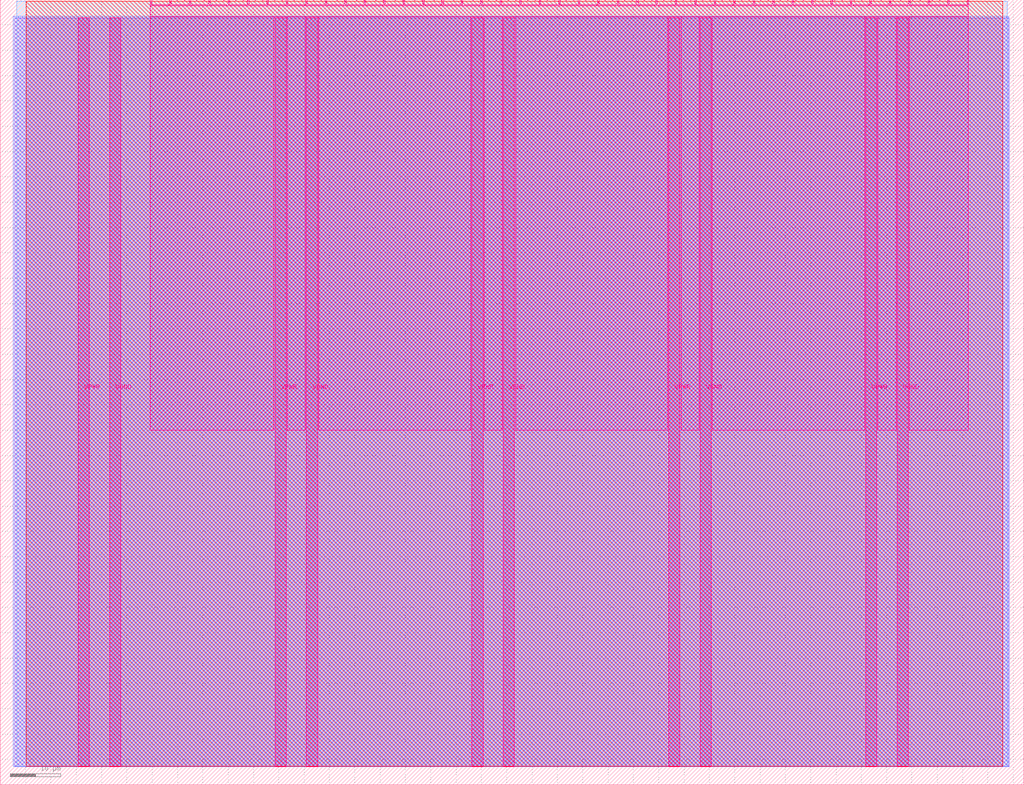
<source format=lef>
VERSION 5.7 ;
  NOWIREEXTENSIONATPIN ON ;
  DIVIDERCHAR "/" ;
  BUSBITCHARS "[]" ;
MACRO tt_um_spi_pwm_djuara
  CLASS BLOCK ;
  FOREIGN tt_um_spi_pwm_djuara ;
  ORIGIN 0.000 0.000 ;
  SIZE 202.080 BY 154.980 ;
  PIN VGND
    DIRECTION INOUT ;
    USE GROUND ;
    PORT
      LAYER Metal5 ;
        RECT 21.580 3.560 23.780 151.420 ;
    END
    PORT
      LAYER Metal5 ;
        RECT 60.450 3.560 62.650 151.420 ;
    END
    PORT
      LAYER Metal5 ;
        RECT 99.320 3.560 101.520 151.420 ;
    END
    PORT
      LAYER Metal5 ;
        RECT 138.190 3.560 140.390 151.420 ;
    END
    PORT
      LAYER Metal5 ;
        RECT 177.060 3.560 179.260 151.420 ;
    END
  END VGND
  PIN VPWR
    DIRECTION INOUT ;
    USE POWER ;
    PORT
      LAYER Metal5 ;
        RECT 15.380 3.560 17.580 151.420 ;
    END
    PORT
      LAYER Metal5 ;
        RECT 54.250 3.560 56.450 151.420 ;
    END
    PORT
      LAYER Metal5 ;
        RECT 93.120 3.560 95.320 151.420 ;
    END
    PORT
      LAYER Metal5 ;
        RECT 131.990 3.560 134.190 151.420 ;
    END
    PORT
      LAYER Metal5 ;
        RECT 170.860 3.560 173.060 151.420 ;
    END
  END VPWR
  PIN clk
    DIRECTION INPUT ;
    USE SIGNAL ;
    ANTENNAGATEAREA 0.213200 ;
    PORT
      LAYER Metal5 ;
        RECT 187.050 153.980 187.350 154.980 ;
    END
  END clk
  PIN ena
    DIRECTION INPUT ;
    USE SIGNAL ;
    ANTENNAGATEAREA 0.180700 ;
    PORT
      LAYER Metal5 ;
        RECT 190.890 153.980 191.190 154.980 ;
    END
  END ena
  PIN rst_n
    DIRECTION INPUT ;
    USE SIGNAL ;
    ANTENNAGATEAREA 0.639600 ;
    PORT
      LAYER Metal5 ;
        RECT 183.210 153.980 183.510 154.980 ;
    END
  END rst_n
  PIN ui_in[0]
    DIRECTION INPUT ;
    USE SIGNAL ;
    ANTENNAGATEAREA 0.639600 ;
    PORT
      LAYER Metal5 ;
        RECT 179.370 153.980 179.670 154.980 ;
    END
  END ui_in[0]
  PIN ui_in[1]
    DIRECTION INPUT ;
    USE SIGNAL ;
    ANTENNAGATEAREA 0.180700 ;
    PORT
      LAYER Metal5 ;
        RECT 175.530 153.980 175.830 154.980 ;
    END
  END ui_in[1]
  PIN ui_in[2]
    DIRECTION INPUT ;
    USE SIGNAL ;
    ANTENNAGATEAREA 0.639600 ;
    PORT
      LAYER Metal5 ;
        RECT 171.690 153.980 171.990 154.980 ;
    END
  END ui_in[2]
  PIN ui_in[3]
    DIRECTION INPUT ;
    USE SIGNAL ;
    ANTENNAGATEAREA 0.180700 ;
    PORT
      LAYER Metal5 ;
        RECT 167.850 153.980 168.150 154.980 ;
    END
  END ui_in[3]
  PIN ui_in[4]
    DIRECTION INPUT ;
    USE SIGNAL ;
    ANTENNAGATEAREA 0.180700 ;
    PORT
      LAYER Metal5 ;
        RECT 164.010 153.980 164.310 154.980 ;
    END
  END ui_in[4]
  PIN ui_in[5]
    DIRECTION INPUT ;
    USE SIGNAL ;
    ANTENNAGATEAREA 0.180700 ;
    PORT
      LAYER Metal5 ;
        RECT 160.170 153.980 160.470 154.980 ;
    END
  END ui_in[5]
  PIN ui_in[6]
    DIRECTION INPUT ;
    USE SIGNAL ;
    ANTENNAGATEAREA 0.213200 ;
    PORT
      LAYER Metal5 ;
        RECT 156.330 153.980 156.630 154.980 ;
    END
  END ui_in[6]
  PIN ui_in[7]
    DIRECTION INPUT ;
    USE SIGNAL ;
    ANTENNAGATEAREA 0.180700 ;
    PORT
      LAYER Metal5 ;
        RECT 152.490 153.980 152.790 154.980 ;
    END
  END ui_in[7]
  PIN uio_in[0]
    DIRECTION INPUT ;
    USE SIGNAL ;
    ANTENNAGATEAREA 0.180700 ;
    PORT
      LAYER Metal5 ;
        RECT 148.650 153.980 148.950 154.980 ;
    END
  END uio_in[0]
  PIN uio_in[1]
    DIRECTION INPUT ;
    USE SIGNAL ;
    ANTENNAGATEAREA 0.180700 ;
    PORT
      LAYER Metal5 ;
        RECT 144.810 153.980 145.110 154.980 ;
    END
  END uio_in[1]
  PIN uio_in[2]
    DIRECTION INPUT ;
    USE SIGNAL ;
    ANTENNAGATEAREA 0.180700 ;
    PORT
      LAYER Metal5 ;
        RECT 140.970 153.980 141.270 154.980 ;
    END
  END uio_in[2]
  PIN uio_in[3]
    DIRECTION INPUT ;
    USE SIGNAL ;
    ANTENNAGATEAREA 0.180700 ;
    PORT
      LAYER Metal5 ;
        RECT 137.130 153.980 137.430 154.980 ;
    END
  END uio_in[3]
  PIN uio_in[4]
    DIRECTION INPUT ;
    USE SIGNAL ;
    ANTENNAGATEAREA 0.180700 ;
    PORT
      LAYER Metal5 ;
        RECT 133.290 153.980 133.590 154.980 ;
    END
  END uio_in[4]
  PIN uio_in[5]
    DIRECTION INPUT ;
    USE SIGNAL ;
    ANTENNAGATEAREA 0.180700 ;
    PORT
      LAYER Metal5 ;
        RECT 129.450 153.980 129.750 154.980 ;
    END
  END uio_in[5]
  PIN uio_in[6]
    DIRECTION INPUT ;
    USE SIGNAL ;
    ANTENNAGATEAREA 0.180700 ;
    PORT
      LAYER Metal5 ;
        RECT 125.610 153.980 125.910 154.980 ;
    END
  END uio_in[6]
  PIN uio_in[7]
    DIRECTION INPUT ;
    USE SIGNAL ;
    ANTENNAGATEAREA 0.180700 ;
    PORT
      LAYER Metal5 ;
        RECT 121.770 153.980 122.070 154.980 ;
    END
  END uio_in[7]
  PIN uio_oe[0]
    DIRECTION OUTPUT ;
    USE SIGNAL ;
    ANTENNAGATEAREA 0.592800 ;
    ANTENNADIFFAREA 0.632400 ;
    PORT
      LAYER Metal5 ;
        RECT 56.490 153.980 56.790 154.980 ;
    END
  END uio_oe[0]
  PIN uio_oe[1]
    DIRECTION OUTPUT ;
    USE SIGNAL ;
    ANTENNAGATEAREA 0.592800 ;
    ANTENNADIFFAREA 0.632400 ;
    PORT
      LAYER Metal5 ;
        RECT 52.650 153.980 52.950 154.980 ;
    END
  END uio_oe[1]
  PIN uio_oe[2]
    DIRECTION OUTPUT ;
    USE SIGNAL ;
    ANTENNAGATEAREA 0.592800 ;
    ANTENNADIFFAREA 0.632400 ;
    PORT
      LAYER Metal5 ;
        RECT 48.810 153.980 49.110 154.980 ;
    END
  END uio_oe[2]
  PIN uio_oe[3]
    DIRECTION OUTPUT ;
    USE SIGNAL ;
    ANTENNAGATEAREA 0.592800 ;
    ANTENNADIFFAREA 0.632400 ;
    PORT
      LAYER Metal5 ;
        RECT 44.970 153.980 45.270 154.980 ;
    END
  END uio_oe[3]
  PIN uio_oe[4]
    DIRECTION OUTPUT ;
    USE SIGNAL ;
    ANTENNAGATEAREA 0.592800 ;
    ANTENNADIFFAREA 0.632400 ;
    PORT
      LAYER Metal5 ;
        RECT 41.130 153.980 41.430 154.980 ;
    END
  END uio_oe[4]
  PIN uio_oe[5]
    DIRECTION OUTPUT ;
    USE SIGNAL ;
    ANTENNAGATEAREA 0.592800 ;
    ANTENNADIFFAREA 0.632400 ;
    PORT
      LAYER Metal5 ;
        RECT 37.290 153.980 37.590 154.980 ;
    END
  END uio_oe[5]
  PIN uio_oe[6]
    DIRECTION OUTPUT ;
    USE SIGNAL ;
    ANTENNAGATEAREA 0.592800 ;
    ANTENNADIFFAREA 0.632400 ;
    PORT
      LAYER Metal5 ;
        RECT 33.450 153.980 33.750 154.980 ;
    END
  END uio_oe[6]
  PIN uio_oe[7]
    DIRECTION OUTPUT ;
    USE SIGNAL ;
    ANTENNAGATEAREA 0.592800 ;
    ANTENNADIFFAREA 0.632400 ;
    PORT
      LAYER Metal5 ;
        RECT 29.610 153.980 29.910 154.980 ;
    END
  END uio_oe[7]
  PIN uio_out[0]
    DIRECTION OUTPUT ;
    USE SIGNAL ;
    ANTENNAGATEAREA 0.109200 ;
    ANTENNADIFFAREA 0.632400 ;
    PORT
      LAYER Metal5 ;
        RECT 87.210 153.980 87.510 154.980 ;
    END
  END uio_out[0]
  PIN uio_out[1]
    DIRECTION OUTPUT ;
    USE SIGNAL ;
    ANTENNAGATEAREA 0.109200 ;
    ANTENNADIFFAREA 0.632400 ;
    PORT
      LAYER Metal5 ;
        RECT 83.370 153.980 83.670 154.980 ;
    END
  END uio_out[1]
  PIN uio_out[2]
    DIRECTION OUTPUT ;
    USE SIGNAL ;
    ANTENNAGATEAREA 0.109200 ;
    ANTENNADIFFAREA 0.632400 ;
    PORT
      LAYER Metal5 ;
        RECT 79.530 153.980 79.830 154.980 ;
    END
  END uio_out[2]
  PIN uio_out[3]
    DIRECTION OUTPUT ;
    USE SIGNAL ;
    ANTENNAGATEAREA 0.109200 ;
    ANTENNADIFFAREA 0.632400 ;
    PORT
      LAYER Metal5 ;
        RECT 75.690 153.980 75.990 154.980 ;
    END
  END uio_out[3]
  PIN uio_out[4]
    DIRECTION OUTPUT ;
    USE SIGNAL ;
    ANTENNAGATEAREA 0.109200 ;
    ANTENNADIFFAREA 0.632400 ;
    PORT
      LAYER Metal5 ;
        RECT 71.850 153.980 72.150 154.980 ;
    END
  END uio_out[4]
  PIN uio_out[5]
    DIRECTION OUTPUT ;
    USE SIGNAL ;
    ANTENNAGATEAREA 0.109200 ;
    ANTENNADIFFAREA 0.632400 ;
    PORT
      LAYER Metal5 ;
        RECT 68.010 153.980 68.310 154.980 ;
    END
  END uio_out[5]
  PIN uio_out[6]
    DIRECTION OUTPUT ;
    USE SIGNAL ;
    ANTENNAGATEAREA 0.109200 ;
    ANTENNADIFFAREA 0.632400 ;
    PORT
      LAYER Metal5 ;
        RECT 64.170 153.980 64.470 154.980 ;
    END
  END uio_out[6]
  PIN uio_out[7]
    DIRECTION OUTPUT ;
    USE SIGNAL ;
    ANTENNAGATEAREA 0.109200 ;
    ANTENNADIFFAREA 0.632400 ;
    PORT
      LAYER Metal5 ;
        RECT 60.330 153.980 60.630 154.980 ;
    END
  END uio_out[7]
  PIN uo_out[0]
    DIRECTION OUTPUT ;
    USE SIGNAL ;
    ANTENNADIFFAREA 0.706800 ;
    PORT
      LAYER Metal5 ;
        RECT 117.930 153.980 118.230 154.980 ;
    END
  END uo_out[0]
  PIN uo_out[1]
    DIRECTION OUTPUT ;
    USE SIGNAL ;
    ANTENNADIFFAREA 0.654800 ;
    PORT
      LAYER Metal5 ;
        RECT 114.090 153.980 114.390 154.980 ;
    END
  END uo_out[1]
  PIN uo_out[2]
    DIRECTION OUTPUT ;
    USE SIGNAL ;
    ANTENNADIFFAREA 0.706800 ;
    PORT
      LAYER Metal5 ;
        RECT 110.250 153.980 110.550 154.980 ;
    END
  END uo_out[2]
  PIN uo_out[3]
    DIRECTION OUTPUT ;
    USE SIGNAL ;
    ANTENNADIFFAREA 0.299200 ;
    PORT
      LAYER Metal5 ;
        RECT 106.410 153.980 106.710 154.980 ;
    END
  END uo_out[3]
  PIN uo_out[4]
    DIRECTION OUTPUT ;
    USE SIGNAL ;
    ANTENNADIFFAREA 0.299200 ;
    PORT
      LAYER Metal5 ;
        RECT 102.570 153.980 102.870 154.980 ;
    END
  END uo_out[4]
  PIN uo_out[5]
    DIRECTION OUTPUT ;
    USE SIGNAL ;
    ANTENNADIFFAREA 0.299200 ;
    PORT
      LAYER Metal5 ;
        RECT 98.730 153.980 99.030 154.980 ;
    END
  END uo_out[5]
  PIN uo_out[6]
    DIRECTION OUTPUT ;
    USE SIGNAL ;
    ANTENNADIFFAREA 0.299200 ;
    PORT
      LAYER Metal5 ;
        RECT 94.890 153.980 95.190 154.980 ;
    END
  END uo_out[6]
  PIN uo_out[7]
    DIRECTION OUTPUT ;
    USE SIGNAL ;
    ANTENNADIFFAREA 0.299200 ;
    PORT
      LAYER Metal5 ;
        RECT 91.050 153.980 91.350 154.980 ;
    END
  END uo_out[7]
  OBS
      LAYER GatPoly ;
        RECT 2.880 3.630 199.200 151.350 ;
      LAYER Metal1 ;
        RECT 2.880 3.560 199.200 151.420 ;
      LAYER Metal2 ;
        RECT 2.605 3.680 198.995 151.720 ;
      LAYER Metal3 ;
        RECT 3.260 3.635 198.820 154.705 ;
      LAYER Metal4 ;
        RECT 5.135 3.680 197.905 154.660 ;
      LAYER Metal5 ;
        RECT 30.120 153.770 33.240 153.980 ;
        RECT 33.960 153.770 37.080 153.980 ;
        RECT 37.800 153.770 40.920 153.980 ;
        RECT 41.640 153.770 44.760 153.980 ;
        RECT 45.480 153.770 48.600 153.980 ;
        RECT 49.320 153.770 52.440 153.980 ;
        RECT 53.160 153.770 56.280 153.980 ;
        RECT 57.000 153.770 60.120 153.980 ;
        RECT 60.840 153.770 63.960 153.980 ;
        RECT 64.680 153.770 67.800 153.980 ;
        RECT 68.520 153.770 71.640 153.980 ;
        RECT 72.360 153.770 75.480 153.980 ;
        RECT 76.200 153.770 79.320 153.980 ;
        RECT 80.040 153.770 83.160 153.980 ;
        RECT 83.880 153.770 87.000 153.980 ;
        RECT 87.720 153.770 90.840 153.980 ;
        RECT 91.560 153.770 94.680 153.980 ;
        RECT 95.400 153.770 98.520 153.980 ;
        RECT 99.240 153.770 102.360 153.980 ;
        RECT 103.080 153.770 106.200 153.980 ;
        RECT 106.920 153.770 110.040 153.980 ;
        RECT 110.760 153.770 113.880 153.980 ;
        RECT 114.600 153.770 117.720 153.980 ;
        RECT 118.440 153.770 121.560 153.980 ;
        RECT 122.280 153.770 125.400 153.980 ;
        RECT 126.120 153.770 129.240 153.980 ;
        RECT 129.960 153.770 133.080 153.980 ;
        RECT 133.800 153.770 136.920 153.980 ;
        RECT 137.640 153.770 140.760 153.980 ;
        RECT 141.480 153.770 144.600 153.980 ;
        RECT 145.320 153.770 148.440 153.980 ;
        RECT 149.160 153.770 152.280 153.980 ;
        RECT 153.000 153.770 156.120 153.980 ;
        RECT 156.840 153.770 159.960 153.980 ;
        RECT 160.680 153.770 163.800 153.980 ;
        RECT 164.520 153.770 167.640 153.980 ;
        RECT 168.360 153.770 171.480 153.980 ;
        RECT 172.200 153.770 175.320 153.980 ;
        RECT 176.040 153.770 179.160 153.980 ;
        RECT 179.880 153.770 183.000 153.980 ;
        RECT 183.720 153.770 186.840 153.980 ;
        RECT 187.560 153.770 190.680 153.980 ;
        RECT 29.660 151.630 191.140 153.770 ;
        RECT 29.660 69.995 54.040 151.630 ;
        RECT 56.660 69.995 60.240 151.630 ;
        RECT 62.860 69.995 92.910 151.630 ;
        RECT 95.530 69.995 99.110 151.630 ;
        RECT 101.730 69.995 131.780 151.630 ;
        RECT 134.400 69.995 137.980 151.630 ;
        RECT 140.600 69.995 170.650 151.630 ;
        RECT 173.270 69.995 176.850 151.630 ;
        RECT 179.470 69.995 191.140 151.630 ;
  END
END tt_um_spi_pwm_djuara
END LIBRARY


</source>
